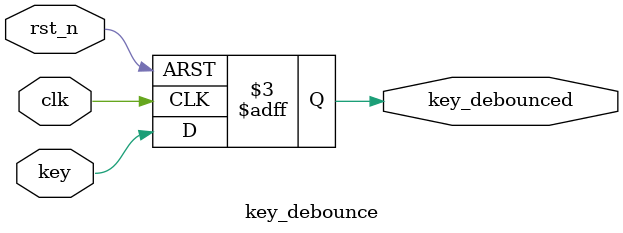
<source format=v>
module key_debounce(
    input key,
    input clk,
    input rst_n,
    output reg key_debounced
);
    // TODO: eliminate metastable state

    // reg last_key_state;
    
    always @(posedge clk or negedge rst_n) begin
        if (~rst_n) begin
            // last_key_state <= key;
            key_debounced <= 0;
        end else begin
            key_debounced <= key;
        end
    end
endmodule

</source>
